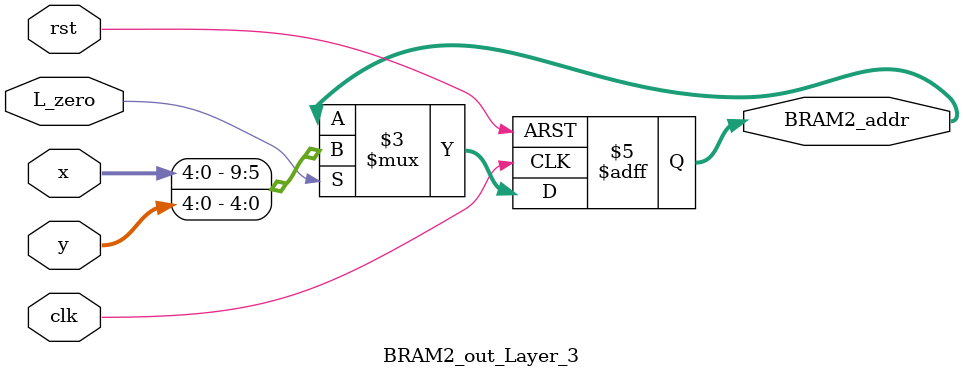
<source format=v>
module BRAM2_out_Layer_3(BRAM2_addr,clk,rst,L_zero,x,y);
output reg [9:0] BRAM2_addr;
input clk,rst,L_zero;
input [4:0] x,y;
always @ (posedge clk or negedge rst)
	begin
		if (! rst ) 
			BRAM2_addr<=0;
		else if(L_zero)
			BRAM2_addr<={x,y};
	end

endmodule

</source>
